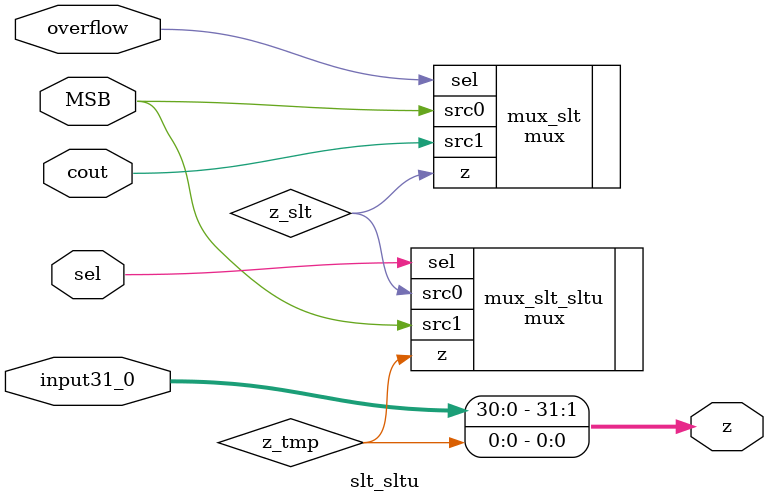
<source format=v>
module slt_sltu ( overflow, MSB, cout, input31_0, sel, z);
  input overflow;
  input MSB;
  input cout;
  input sel;
  input [30:0] input31_0;
  output [31:0] z;

  wire z_slt;
  wire z_tmp;
mux mux_slt (.sel(overflow), .src0(MSB), .src1(cout), .z(z_slt));
mux mux_slt_sltu (.sel(sel), .src0(z_slt), .src1(MSB), .z(z_tmp));
assign z[0] = z_tmp;
assign z[31:1] = input31_0;
endmodule

</source>
